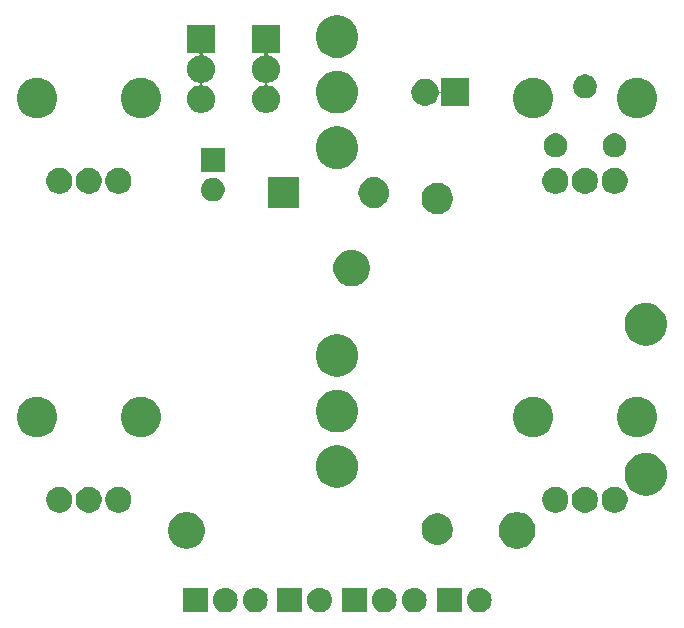
<source format=gbr>
G04 #@! TF.GenerationSoftware,KiCad,Pcbnew,(5.1.2-1)-1*
G04 #@! TF.CreationDate,2019-12-27T23:22:22-07:00*
G04 #@! TF.ProjectId,NuisanceEngine,4e756973-616e-4636-9545-6e67696e652e,rev?*
G04 #@! TF.SameCoordinates,Original*
G04 #@! TF.FileFunction,Soldermask,Bot*
G04 #@! TF.FilePolarity,Negative*
%FSLAX46Y46*%
G04 Gerber Fmt 4.6, Leading zero omitted, Abs format (unit mm)*
G04 Created by KiCad (PCBNEW (5.1.2-1)-1) date 2019-12-27 23:22:22*
%MOMM*%
%LPD*%
G04 APERTURE LIST*
%ADD10C,0.100000*%
G04 APERTURE END LIST*
D10*
G36*
X92168707Y-96957596D02*
G01*
X92245836Y-96965193D01*
X92443762Y-97025233D01*
X92443765Y-97025234D01*
X92626170Y-97122732D01*
X92786055Y-97253945D01*
X92917268Y-97413830D01*
X93014766Y-97596235D01*
X93014767Y-97596238D01*
X93074807Y-97794164D01*
X93095080Y-98000000D01*
X93074807Y-98205836D01*
X93014767Y-98403762D01*
X93014766Y-98403765D01*
X92917268Y-98586170D01*
X92786055Y-98746055D01*
X92626170Y-98877268D01*
X92443765Y-98974766D01*
X92443762Y-98974767D01*
X92245836Y-99034807D01*
X92168707Y-99042403D01*
X92091580Y-99050000D01*
X91988420Y-99050000D01*
X91911293Y-99042403D01*
X91834164Y-99034807D01*
X91636238Y-98974767D01*
X91636235Y-98974766D01*
X91453830Y-98877268D01*
X91293945Y-98746055D01*
X91162732Y-98586170D01*
X91065234Y-98403765D01*
X91065233Y-98403762D01*
X91005193Y-98205836D01*
X90984920Y-98000000D01*
X91005193Y-97794164D01*
X91065233Y-97596238D01*
X91065234Y-97596235D01*
X91162732Y-97413830D01*
X91293945Y-97253945D01*
X91453830Y-97122732D01*
X91636235Y-97025234D01*
X91636238Y-97025233D01*
X91834164Y-96965193D01*
X91911293Y-96957596D01*
X91988420Y-96950000D01*
X92091580Y-96950000D01*
X92168707Y-96957596D01*
X92168707Y-96957596D01*
G37*
G36*
X90550000Y-99050000D02*
G01*
X88450000Y-99050000D01*
X88450000Y-96950000D01*
X90550000Y-96950000D01*
X90550000Y-99050000D01*
X90550000Y-99050000D01*
G37*
G36*
X86668707Y-96957596D02*
G01*
X86745836Y-96965193D01*
X86943762Y-97025233D01*
X86943765Y-97025234D01*
X87126170Y-97122732D01*
X87286055Y-97253945D01*
X87417268Y-97413830D01*
X87514766Y-97596235D01*
X87514767Y-97596238D01*
X87574807Y-97794164D01*
X87595080Y-98000000D01*
X87574807Y-98205836D01*
X87514767Y-98403762D01*
X87514766Y-98403765D01*
X87417268Y-98586170D01*
X87286055Y-98746055D01*
X87126170Y-98877268D01*
X86943765Y-98974766D01*
X86943762Y-98974767D01*
X86745836Y-99034807D01*
X86668707Y-99042403D01*
X86591580Y-99050000D01*
X86488420Y-99050000D01*
X86411293Y-99042403D01*
X86334164Y-99034807D01*
X86136238Y-98974767D01*
X86136235Y-98974766D01*
X85953830Y-98877268D01*
X85793945Y-98746055D01*
X85662732Y-98586170D01*
X85565234Y-98403765D01*
X85565233Y-98403762D01*
X85505193Y-98205836D01*
X85484920Y-98000000D01*
X85505193Y-97794164D01*
X85565233Y-97596238D01*
X85565234Y-97596235D01*
X85662732Y-97413830D01*
X85793945Y-97253945D01*
X85953830Y-97122732D01*
X86136235Y-97025234D01*
X86136238Y-97025233D01*
X86334164Y-96965193D01*
X86411293Y-96957596D01*
X86488420Y-96950000D01*
X86591580Y-96950000D01*
X86668707Y-96957596D01*
X86668707Y-96957596D01*
G37*
G36*
X84128707Y-96957596D02*
G01*
X84205836Y-96965193D01*
X84403762Y-97025233D01*
X84403765Y-97025234D01*
X84586170Y-97122732D01*
X84746055Y-97253945D01*
X84877268Y-97413830D01*
X84974766Y-97596235D01*
X84974767Y-97596238D01*
X85034807Y-97794164D01*
X85055080Y-98000000D01*
X85034807Y-98205836D01*
X84974767Y-98403762D01*
X84974766Y-98403765D01*
X84877268Y-98586170D01*
X84746055Y-98746055D01*
X84586170Y-98877268D01*
X84403765Y-98974766D01*
X84403762Y-98974767D01*
X84205836Y-99034807D01*
X84128707Y-99042403D01*
X84051580Y-99050000D01*
X83948420Y-99050000D01*
X83871293Y-99042403D01*
X83794164Y-99034807D01*
X83596238Y-98974767D01*
X83596235Y-98974766D01*
X83413830Y-98877268D01*
X83253945Y-98746055D01*
X83122732Y-98586170D01*
X83025234Y-98403765D01*
X83025233Y-98403762D01*
X82965193Y-98205836D01*
X82944920Y-98000000D01*
X82965193Y-97794164D01*
X83025233Y-97596238D01*
X83025234Y-97596235D01*
X83122732Y-97413830D01*
X83253945Y-97253945D01*
X83413830Y-97122732D01*
X83596235Y-97025234D01*
X83596238Y-97025233D01*
X83794164Y-96965193D01*
X83871293Y-96957596D01*
X83948420Y-96950000D01*
X84051580Y-96950000D01*
X84128707Y-96957596D01*
X84128707Y-96957596D01*
G37*
G36*
X82510000Y-99050000D02*
G01*
X80410000Y-99050000D01*
X80410000Y-96950000D01*
X82510000Y-96950000D01*
X82510000Y-99050000D01*
X82510000Y-99050000D01*
G37*
G36*
X78668707Y-96957596D02*
G01*
X78745836Y-96965193D01*
X78943762Y-97025233D01*
X78943765Y-97025234D01*
X79126170Y-97122732D01*
X79286055Y-97253945D01*
X79417268Y-97413830D01*
X79514766Y-97596235D01*
X79514767Y-97596238D01*
X79574807Y-97794164D01*
X79595080Y-98000000D01*
X79574807Y-98205836D01*
X79514767Y-98403762D01*
X79514766Y-98403765D01*
X79417268Y-98586170D01*
X79286055Y-98746055D01*
X79126170Y-98877268D01*
X78943765Y-98974766D01*
X78943762Y-98974767D01*
X78745836Y-99034807D01*
X78668707Y-99042403D01*
X78591580Y-99050000D01*
X78488420Y-99050000D01*
X78411293Y-99042403D01*
X78334164Y-99034807D01*
X78136238Y-98974767D01*
X78136235Y-98974766D01*
X77953830Y-98877268D01*
X77793945Y-98746055D01*
X77662732Y-98586170D01*
X77565234Y-98403765D01*
X77565233Y-98403762D01*
X77505193Y-98205836D01*
X77484920Y-98000000D01*
X77505193Y-97794164D01*
X77565233Y-97596238D01*
X77565234Y-97596235D01*
X77662732Y-97413830D01*
X77793945Y-97253945D01*
X77953830Y-97122732D01*
X78136235Y-97025234D01*
X78136238Y-97025233D01*
X78334164Y-96965193D01*
X78411293Y-96957596D01*
X78488420Y-96950000D01*
X78591580Y-96950000D01*
X78668707Y-96957596D01*
X78668707Y-96957596D01*
G37*
G36*
X77050000Y-99050000D02*
G01*
X74950000Y-99050000D01*
X74950000Y-96950000D01*
X77050000Y-96950000D01*
X77050000Y-99050000D01*
X77050000Y-99050000D01*
G37*
G36*
X73208707Y-96957596D02*
G01*
X73285836Y-96965193D01*
X73483762Y-97025233D01*
X73483765Y-97025234D01*
X73666170Y-97122732D01*
X73826055Y-97253945D01*
X73957268Y-97413830D01*
X74054766Y-97596235D01*
X74054767Y-97596238D01*
X74114807Y-97794164D01*
X74135080Y-98000000D01*
X74114807Y-98205836D01*
X74054767Y-98403762D01*
X74054766Y-98403765D01*
X73957268Y-98586170D01*
X73826055Y-98746055D01*
X73666170Y-98877268D01*
X73483765Y-98974766D01*
X73483762Y-98974767D01*
X73285836Y-99034807D01*
X73208707Y-99042403D01*
X73131580Y-99050000D01*
X73028420Y-99050000D01*
X72951293Y-99042403D01*
X72874164Y-99034807D01*
X72676238Y-98974767D01*
X72676235Y-98974766D01*
X72493830Y-98877268D01*
X72333945Y-98746055D01*
X72202732Y-98586170D01*
X72105234Y-98403765D01*
X72105233Y-98403762D01*
X72045193Y-98205836D01*
X72024920Y-98000000D01*
X72045193Y-97794164D01*
X72105233Y-97596238D01*
X72105234Y-97596235D01*
X72202732Y-97413830D01*
X72333945Y-97253945D01*
X72493830Y-97122732D01*
X72676235Y-97025234D01*
X72676238Y-97025233D01*
X72874164Y-96965193D01*
X72951293Y-96957596D01*
X73028420Y-96950000D01*
X73131580Y-96950000D01*
X73208707Y-96957596D01*
X73208707Y-96957596D01*
G37*
G36*
X70668707Y-96957596D02*
G01*
X70745836Y-96965193D01*
X70943762Y-97025233D01*
X70943765Y-97025234D01*
X71126170Y-97122732D01*
X71286055Y-97253945D01*
X71417268Y-97413830D01*
X71514766Y-97596235D01*
X71514767Y-97596238D01*
X71574807Y-97794164D01*
X71595080Y-98000000D01*
X71574807Y-98205836D01*
X71514767Y-98403762D01*
X71514766Y-98403765D01*
X71417268Y-98586170D01*
X71286055Y-98746055D01*
X71126170Y-98877268D01*
X70943765Y-98974766D01*
X70943762Y-98974767D01*
X70745836Y-99034807D01*
X70668707Y-99042403D01*
X70591580Y-99050000D01*
X70488420Y-99050000D01*
X70411293Y-99042403D01*
X70334164Y-99034807D01*
X70136238Y-98974767D01*
X70136235Y-98974766D01*
X69953830Y-98877268D01*
X69793945Y-98746055D01*
X69662732Y-98586170D01*
X69565234Y-98403765D01*
X69565233Y-98403762D01*
X69505193Y-98205836D01*
X69484920Y-98000000D01*
X69505193Y-97794164D01*
X69565233Y-97596238D01*
X69565234Y-97596235D01*
X69662732Y-97413830D01*
X69793945Y-97253945D01*
X69953830Y-97122732D01*
X70136235Y-97025234D01*
X70136238Y-97025233D01*
X70334164Y-96965193D01*
X70411293Y-96957596D01*
X70488420Y-96950000D01*
X70591580Y-96950000D01*
X70668707Y-96957596D01*
X70668707Y-96957596D01*
G37*
G36*
X69050000Y-99050000D02*
G01*
X66950000Y-99050000D01*
X66950000Y-96950000D01*
X69050000Y-96950000D01*
X69050000Y-99050000D01*
X69050000Y-99050000D01*
G37*
G36*
X67441509Y-90557727D02*
G01*
X67702118Y-90609565D01*
X67818960Y-90657963D01*
X67984199Y-90726407D01*
X67984200Y-90726408D01*
X68238068Y-90896036D01*
X68453964Y-91111932D01*
X68480427Y-91151537D01*
X68623593Y-91365801D01*
X68625140Y-91369537D01*
X68725474Y-91611762D01*
X68740435Y-91647883D01*
X68800000Y-91947337D01*
X68800000Y-92252663D01*
X68740435Y-92552117D01*
X68623593Y-92834199D01*
X68623592Y-92834200D01*
X68453964Y-93088068D01*
X68238068Y-93303964D01*
X68197605Y-93331000D01*
X67984199Y-93473593D01*
X67818960Y-93542037D01*
X67702118Y-93590435D01*
X67552390Y-93620217D01*
X67402663Y-93650000D01*
X67097337Y-93650000D01*
X66947610Y-93620217D01*
X66797882Y-93590435D01*
X66681040Y-93542037D01*
X66515801Y-93473593D01*
X66302395Y-93331000D01*
X66261932Y-93303964D01*
X66046036Y-93088068D01*
X65876408Y-92834200D01*
X65876407Y-92834199D01*
X65759565Y-92552117D01*
X65700000Y-92252663D01*
X65700000Y-91947337D01*
X65759565Y-91647883D01*
X65774527Y-91611762D01*
X65874860Y-91369537D01*
X65876407Y-91365801D01*
X66019573Y-91151537D01*
X66046036Y-91111932D01*
X66261932Y-90896036D01*
X66515800Y-90726408D01*
X66515801Y-90726407D01*
X66681040Y-90657963D01*
X66797882Y-90609565D01*
X67058491Y-90557727D01*
X67097337Y-90550000D01*
X67402663Y-90550000D01*
X67441509Y-90557727D01*
X67441509Y-90557727D01*
G37*
G36*
X95441509Y-90557727D02*
G01*
X95702118Y-90609565D01*
X95818960Y-90657963D01*
X95984199Y-90726407D01*
X95984200Y-90726408D01*
X96238068Y-90896036D01*
X96453964Y-91111932D01*
X96480427Y-91151537D01*
X96623593Y-91365801D01*
X96625140Y-91369537D01*
X96725474Y-91611762D01*
X96740435Y-91647883D01*
X96800000Y-91947337D01*
X96800000Y-92252663D01*
X96740435Y-92552117D01*
X96623593Y-92834199D01*
X96623592Y-92834200D01*
X96453964Y-93088068D01*
X96238068Y-93303964D01*
X96197605Y-93331000D01*
X95984199Y-93473593D01*
X95818960Y-93542037D01*
X95702118Y-93590435D01*
X95552390Y-93620217D01*
X95402663Y-93650000D01*
X95097337Y-93650000D01*
X94947610Y-93620217D01*
X94797882Y-93590435D01*
X94681040Y-93542037D01*
X94515801Y-93473593D01*
X94302395Y-93331000D01*
X94261932Y-93303964D01*
X94046036Y-93088068D01*
X93876408Y-92834200D01*
X93876407Y-92834199D01*
X93759565Y-92552117D01*
X93700000Y-92252663D01*
X93700000Y-91947337D01*
X93759565Y-91647883D01*
X93774527Y-91611762D01*
X93874860Y-91369537D01*
X93876407Y-91365801D01*
X94019573Y-91151537D01*
X94046036Y-91111932D01*
X94261932Y-90896036D01*
X94515800Y-90726408D01*
X94515801Y-90726407D01*
X94681040Y-90657963D01*
X94797882Y-90609565D01*
X95058491Y-90557727D01*
X95097337Y-90550000D01*
X95402663Y-90550000D01*
X95441509Y-90557727D01*
X95441509Y-90557727D01*
G37*
G36*
X88888237Y-90720149D02*
G01*
X89130463Y-90820482D01*
X89130465Y-90820483D01*
X89348463Y-90966145D01*
X89533855Y-91151537D01*
X89533856Y-91151539D01*
X89679518Y-91369537D01*
X89779851Y-91611763D01*
X89831000Y-91868907D01*
X89831000Y-92131093D01*
X89779851Y-92388237D01*
X89711970Y-92552117D01*
X89679517Y-92630465D01*
X89533855Y-92848463D01*
X89348463Y-93033855D01*
X89130465Y-93179517D01*
X89130464Y-93179518D01*
X89130463Y-93179518D01*
X88888237Y-93279851D01*
X88631093Y-93331000D01*
X88368907Y-93331000D01*
X88111763Y-93279851D01*
X87869537Y-93179518D01*
X87869536Y-93179518D01*
X87869535Y-93179517D01*
X87651537Y-93033855D01*
X87466145Y-92848463D01*
X87320483Y-92630465D01*
X87288030Y-92552117D01*
X87220149Y-92388237D01*
X87169000Y-92131093D01*
X87169000Y-91868907D01*
X87220149Y-91611763D01*
X87320482Y-91369537D01*
X87466144Y-91151539D01*
X87466145Y-91151537D01*
X87651537Y-90966145D01*
X87869535Y-90820483D01*
X87869537Y-90820482D01*
X88111763Y-90720149D01*
X88368907Y-90669000D01*
X88631093Y-90669000D01*
X88888237Y-90720149D01*
X88888237Y-90720149D01*
G37*
G36*
X59320857Y-88442272D02*
G01*
X59460224Y-88500000D01*
X59521045Y-88525193D01*
X59611738Y-88585792D01*
X59701208Y-88645574D01*
X59854426Y-88798792D01*
X59974808Y-88978957D01*
X60057728Y-89179143D01*
X60100000Y-89391658D01*
X60100000Y-89608342D01*
X60057728Y-89820857D01*
X59974808Y-90021043D01*
X59974807Y-90021045D01*
X59854425Y-90201209D01*
X59701209Y-90354425D01*
X59521045Y-90474807D01*
X59521044Y-90474808D01*
X59521043Y-90474808D01*
X59320857Y-90557728D01*
X59108342Y-90600000D01*
X58891658Y-90600000D01*
X58679143Y-90557728D01*
X58478957Y-90474808D01*
X58478956Y-90474808D01*
X58478955Y-90474807D01*
X58298791Y-90354425D01*
X58145575Y-90201209D01*
X58025193Y-90021045D01*
X58025192Y-90021043D01*
X57942272Y-89820857D01*
X57900000Y-89608342D01*
X57900000Y-89391658D01*
X57942272Y-89179143D01*
X58025192Y-88978957D01*
X58145574Y-88798792D01*
X58298792Y-88645574D01*
X58388262Y-88585792D01*
X58478955Y-88525193D01*
X58539776Y-88500000D01*
X58679143Y-88442272D01*
X58891658Y-88400000D01*
X59108342Y-88400000D01*
X59320857Y-88442272D01*
X59320857Y-88442272D01*
G37*
G36*
X61820857Y-88442272D02*
G01*
X61960224Y-88500000D01*
X62021045Y-88525193D01*
X62111738Y-88585792D01*
X62201208Y-88645574D01*
X62354426Y-88798792D01*
X62474808Y-88978957D01*
X62557728Y-89179143D01*
X62600000Y-89391658D01*
X62600000Y-89608342D01*
X62557728Y-89820857D01*
X62474808Y-90021043D01*
X62474807Y-90021045D01*
X62354425Y-90201209D01*
X62201209Y-90354425D01*
X62021045Y-90474807D01*
X62021044Y-90474808D01*
X62021043Y-90474808D01*
X61820857Y-90557728D01*
X61608342Y-90600000D01*
X61391658Y-90600000D01*
X61179143Y-90557728D01*
X60978957Y-90474808D01*
X60978956Y-90474808D01*
X60978955Y-90474807D01*
X60798791Y-90354425D01*
X60645575Y-90201209D01*
X60525193Y-90021045D01*
X60525192Y-90021043D01*
X60442272Y-89820857D01*
X60400000Y-89608342D01*
X60400000Y-89391658D01*
X60442272Y-89179143D01*
X60525192Y-88978957D01*
X60645574Y-88798792D01*
X60798792Y-88645574D01*
X60888262Y-88585792D01*
X60978955Y-88525193D01*
X61039776Y-88500000D01*
X61179143Y-88442272D01*
X61391658Y-88400000D01*
X61608342Y-88400000D01*
X61820857Y-88442272D01*
X61820857Y-88442272D01*
G37*
G36*
X56820857Y-88442272D02*
G01*
X56960224Y-88500000D01*
X57021045Y-88525193D01*
X57111738Y-88585792D01*
X57201208Y-88645574D01*
X57354426Y-88798792D01*
X57474808Y-88978957D01*
X57557728Y-89179143D01*
X57600000Y-89391658D01*
X57600000Y-89608342D01*
X57557728Y-89820857D01*
X57474808Y-90021043D01*
X57474807Y-90021045D01*
X57354425Y-90201209D01*
X57201209Y-90354425D01*
X57021045Y-90474807D01*
X57021044Y-90474808D01*
X57021043Y-90474808D01*
X56820857Y-90557728D01*
X56608342Y-90600000D01*
X56391658Y-90600000D01*
X56179143Y-90557728D01*
X55978957Y-90474808D01*
X55978956Y-90474808D01*
X55978955Y-90474807D01*
X55798791Y-90354425D01*
X55645575Y-90201209D01*
X55525193Y-90021045D01*
X55525192Y-90021043D01*
X55442272Y-89820857D01*
X55400000Y-89608342D01*
X55400000Y-89391658D01*
X55442272Y-89179143D01*
X55525192Y-88978957D01*
X55645574Y-88798792D01*
X55798792Y-88645574D01*
X55888262Y-88585792D01*
X55978955Y-88525193D01*
X56039776Y-88500000D01*
X56179143Y-88442272D01*
X56391658Y-88400000D01*
X56608342Y-88400000D01*
X56820857Y-88442272D01*
X56820857Y-88442272D01*
G37*
G36*
X103820857Y-88442272D02*
G01*
X103960224Y-88500000D01*
X104021045Y-88525193D01*
X104111738Y-88585792D01*
X104201208Y-88645574D01*
X104354426Y-88798792D01*
X104474808Y-88978957D01*
X104557728Y-89179143D01*
X104600000Y-89391658D01*
X104600000Y-89608342D01*
X104557728Y-89820857D01*
X104474808Y-90021043D01*
X104474807Y-90021045D01*
X104354425Y-90201209D01*
X104201209Y-90354425D01*
X104021045Y-90474807D01*
X104021044Y-90474808D01*
X104021043Y-90474808D01*
X103820857Y-90557728D01*
X103608342Y-90600000D01*
X103391658Y-90600000D01*
X103179143Y-90557728D01*
X102978957Y-90474808D01*
X102978956Y-90474808D01*
X102978955Y-90474807D01*
X102798791Y-90354425D01*
X102645575Y-90201209D01*
X102525193Y-90021045D01*
X102525192Y-90021043D01*
X102442272Y-89820857D01*
X102400000Y-89608342D01*
X102400000Y-89391658D01*
X102442272Y-89179143D01*
X102525192Y-88978957D01*
X102645574Y-88798792D01*
X102798792Y-88645574D01*
X102888262Y-88585792D01*
X102978955Y-88525193D01*
X103039776Y-88500000D01*
X103179143Y-88442272D01*
X103391658Y-88400000D01*
X103608342Y-88400000D01*
X103820857Y-88442272D01*
X103820857Y-88442272D01*
G37*
G36*
X101320857Y-88442272D02*
G01*
X101460224Y-88500000D01*
X101521045Y-88525193D01*
X101611738Y-88585792D01*
X101701208Y-88645574D01*
X101854426Y-88798792D01*
X101974808Y-88978957D01*
X102057728Y-89179143D01*
X102100000Y-89391658D01*
X102100000Y-89608342D01*
X102057728Y-89820857D01*
X101974808Y-90021043D01*
X101974807Y-90021045D01*
X101854425Y-90201209D01*
X101701209Y-90354425D01*
X101521045Y-90474807D01*
X101521044Y-90474808D01*
X101521043Y-90474808D01*
X101320857Y-90557728D01*
X101108342Y-90600000D01*
X100891658Y-90600000D01*
X100679143Y-90557728D01*
X100478957Y-90474808D01*
X100478956Y-90474808D01*
X100478955Y-90474807D01*
X100298791Y-90354425D01*
X100145575Y-90201209D01*
X100025193Y-90021045D01*
X100025192Y-90021043D01*
X99942272Y-89820857D01*
X99900000Y-89608342D01*
X99900000Y-89391658D01*
X99942272Y-89179143D01*
X100025192Y-88978957D01*
X100145574Y-88798792D01*
X100298792Y-88645574D01*
X100388262Y-88585792D01*
X100478955Y-88525193D01*
X100539776Y-88500000D01*
X100679143Y-88442272D01*
X100891658Y-88400000D01*
X101108342Y-88400000D01*
X101320857Y-88442272D01*
X101320857Y-88442272D01*
G37*
G36*
X98820857Y-88442272D02*
G01*
X98960224Y-88500000D01*
X99021045Y-88525193D01*
X99111738Y-88585792D01*
X99201208Y-88645574D01*
X99354426Y-88798792D01*
X99474808Y-88978957D01*
X99557728Y-89179143D01*
X99600000Y-89391658D01*
X99600000Y-89608342D01*
X99557728Y-89820857D01*
X99474808Y-90021043D01*
X99474807Y-90021045D01*
X99354425Y-90201209D01*
X99201209Y-90354425D01*
X99021045Y-90474807D01*
X99021044Y-90474808D01*
X99021043Y-90474808D01*
X98820857Y-90557728D01*
X98608342Y-90600000D01*
X98391658Y-90600000D01*
X98179143Y-90557728D01*
X97978957Y-90474808D01*
X97978956Y-90474808D01*
X97978955Y-90474807D01*
X97798791Y-90354425D01*
X97645575Y-90201209D01*
X97525193Y-90021045D01*
X97525192Y-90021043D01*
X97442272Y-89820857D01*
X97400000Y-89608342D01*
X97400000Y-89391658D01*
X97442272Y-89179143D01*
X97525192Y-88978957D01*
X97645574Y-88798792D01*
X97798792Y-88645574D01*
X97888262Y-88585792D01*
X97978955Y-88525193D01*
X98039776Y-88500000D01*
X98179143Y-88442272D01*
X98391658Y-88400000D01*
X98608342Y-88400000D01*
X98820857Y-88442272D01*
X98820857Y-88442272D01*
G37*
G36*
X106501163Y-85584587D02*
G01*
X106675041Y-85619173D01*
X107002620Y-85754861D01*
X107297433Y-85951849D01*
X107548151Y-86202567D01*
X107745139Y-86497380D01*
X107880827Y-86824959D01*
X107880827Y-86824961D01*
X107950000Y-87172714D01*
X107950000Y-87527286D01*
X107915414Y-87701162D01*
X107880827Y-87875041D01*
X107745139Y-88202620D01*
X107548151Y-88497433D01*
X107297433Y-88748151D01*
X107002620Y-88945139D01*
X106675041Y-89080827D01*
X106501162Y-89115414D01*
X106327286Y-89150000D01*
X105972714Y-89150000D01*
X105798838Y-89115414D01*
X105624959Y-89080827D01*
X105297380Y-88945139D01*
X105002567Y-88748151D01*
X104751849Y-88497433D01*
X104554861Y-88202620D01*
X104419173Y-87875041D01*
X104384586Y-87701162D01*
X104350000Y-87527286D01*
X104350000Y-87172714D01*
X104419173Y-86824961D01*
X104419173Y-86824959D01*
X104554861Y-86497380D01*
X104751849Y-86202567D01*
X105002567Y-85951849D01*
X105297380Y-85754861D01*
X105624959Y-85619173D01*
X105798837Y-85584587D01*
X105972714Y-85550000D01*
X106327286Y-85550000D01*
X106501163Y-85584587D01*
X106501163Y-85584587D01*
G37*
G36*
X80351163Y-84934587D02*
G01*
X80525041Y-84969173D01*
X80852620Y-85104861D01*
X81147433Y-85301849D01*
X81398151Y-85552567D01*
X81595139Y-85847380D01*
X81730827Y-86174959D01*
X81765414Y-86348838D01*
X81794961Y-86497380D01*
X81800000Y-86522716D01*
X81800000Y-86877284D01*
X81730827Y-87225041D01*
X81595139Y-87552620D01*
X81398151Y-87847433D01*
X81147433Y-88098151D01*
X80852620Y-88295139D01*
X80525041Y-88430827D01*
X80351162Y-88465414D01*
X80177286Y-88500000D01*
X79822714Y-88500000D01*
X79648838Y-88465414D01*
X79474959Y-88430827D01*
X79147380Y-88295139D01*
X78852567Y-88098151D01*
X78601849Y-87847433D01*
X78404861Y-87552620D01*
X78269173Y-87225041D01*
X78200000Y-86877284D01*
X78200000Y-86522716D01*
X78205040Y-86497380D01*
X78234587Y-86348837D01*
X78269173Y-86174959D01*
X78404861Y-85847380D01*
X78601849Y-85552567D01*
X78852567Y-85301849D01*
X79147380Y-85104861D01*
X79474959Y-84969173D01*
X79648837Y-84934587D01*
X79822714Y-84900000D01*
X80177286Y-84900000D01*
X80351163Y-84934587D01*
X80351163Y-84934587D01*
G37*
G36*
X54931653Y-80832665D02*
G01*
X55095872Y-80865330D01*
X55405252Y-80993479D01*
X55683687Y-81179523D01*
X55920477Y-81416313D01*
X56106521Y-81694748D01*
X56234670Y-82004128D01*
X56300000Y-82332565D01*
X56300000Y-82667435D01*
X56234670Y-82995872D01*
X56106521Y-83305252D01*
X55920477Y-83583687D01*
X55683687Y-83820477D01*
X55405252Y-84006521D01*
X55095872Y-84134670D01*
X54931654Y-84167335D01*
X54767437Y-84200000D01*
X54432563Y-84200000D01*
X54268346Y-84167335D01*
X54104128Y-84134670D01*
X53794748Y-84006521D01*
X53516313Y-83820477D01*
X53279523Y-83583687D01*
X53093479Y-83305252D01*
X52965330Y-82995872D01*
X52900000Y-82667435D01*
X52900000Y-82332565D01*
X52965330Y-82004128D01*
X53093479Y-81694748D01*
X53279523Y-81416313D01*
X53516313Y-81179523D01*
X53794748Y-80993479D01*
X54104128Y-80865330D01*
X54268347Y-80832665D01*
X54432563Y-80800000D01*
X54767437Y-80800000D01*
X54931653Y-80832665D01*
X54931653Y-80832665D01*
G37*
G36*
X63731653Y-80832665D02*
G01*
X63895872Y-80865330D01*
X64205252Y-80993479D01*
X64483687Y-81179523D01*
X64720477Y-81416313D01*
X64906521Y-81694748D01*
X65034670Y-82004128D01*
X65100000Y-82332565D01*
X65100000Y-82667435D01*
X65034670Y-82995872D01*
X64906521Y-83305252D01*
X64720477Y-83583687D01*
X64483687Y-83820477D01*
X64205252Y-84006521D01*
X63895872Y-84134670D01*
X63731654Y-84167335D01*
X63567437Y-84200000D01*
X63232563Y-84200000D01*
X63068346Y-84167335D01*
X62904128Y-84134670D01*
X62594748Y-84006521D01*
X62316313Y-83820477D01*
X62079523Y-83583687D01*
X61893479Y-83305252D01*
X61765330Y-82995872D01*
X61700000Y-82667435D01*
X61700000Y-82332565D01*
X61765330Y-82004128D01*
X61893479Y-81694748D01*
X62079523Y-81416313D01*
X62316313Y-81179523D01*
X62594748Y-80993479D01*
X62904128Y-80865330D01*
X63068347Y-80832665D01*
X63232563Y-80800000D01*
X63567437Y-80800000D01*
X63731653Y-80832665D01*
X63731653Y-80832665D01*
G37*
G36*
X96931653Y-80832665D02*
G01*
X97095872Y-80865330D01*
X97405252Y-80993479D01*
X97683687Y-81179523D01*
X97920477Y-81416313D01*
X98106521Y-81694748D01*
X98234670Y-82004128D01*
X98300000Y-82332565D01*
X98300000Y-82667435D01*
X98234670Y-82995872D01*
X98106521Y-83305252D01*
X97920477Y-83583687D01*
X97683687Y-83820477D01*
X97405252Y-84006521D01*
X97095872Y-84134670D01*
X96931654Y-84167335D01*
X96767437Y-84200000D01*
X96432563Y-84200000D01*
X96268346Y-84167335D01*
X96104128Y-84134670D01*
X95794748Y-84006521D01*
X95516313Y-83820477D01*
X95279523Y-83583687D01*
X95093479Y-83305252D01*
X94965330Y-82995872D01*
X94900000Y-82667435D01*
X94900000Y-82332565D01*
X94965330Y-82004128D01*
X95093479Y-81694748D01*
X95279523Y-81416313D01*
X95516313Y-81179523D01*
X95794748Y-80993479D01*
X96104128Y-80865330D01*
X96268347Y-80832665D01*
X96432563Y-80800000D01*
X96767437Y-80800000D01*
X96931653Y-80832665D01*
X96931653Y-80832665D01*
G37*
G36*
X105731653Y-80832665D02*
G01*
X105895872Y-80865330D01*
X106205252Y-80993479D01*
X106483687Y-81179523D01*
X106720477Y-81416313D01*
X106906521Y-81694748D01*
X107034670Y-82004128D01*
X107100000Y-82332565D01*
X107100000Y-82667435D01*
X107034670Y-82995872D01*
X106906521Y-83305252D01*
X106720477Y-83583687D01*
X106483687Y-83820477D01*
X106205252Y-84006521D01*
X105895872Y-84134670D01*
X105731654Y-84167335D01*
X105567437Y-84200000D01*
X105232563Y-84200000D01*
X105068346Y-84167335D01*
X104904128Y-84134670D01*
X104594748Y-84006521D01*
X104316313Y-83820477D01*
X104079523Y-83583687D01*
X103893479Y-83305252D01*
X103765330Y-82995872D01*
X103700000Y-82667435D01*
X103700000Y-82332565D01*
X103765330Y-82004128D01*
X103893479Y-81694748D01*
X104079523Y-81416313D01*
X104316313Y-81179523D01*
X104594748Y-80993479D01*
X104904128Y-80865330D01*
X105068347Y-80832665D01*
X105232563Y-80800000D01*
X105567437Y-80800000D01*
X105731653Y-80832665D01*
X105731653Y-80832665D01*
G37*
G36*
X80351163Y-80234587D02*
G01*
X80525041Y-80269173D01*
X80852620Y-80404861D01*
X81147433Y-80601849D01*
X81398151Y-80852567D01*
X81595139Y-81147380D01*
X81730827Y-81474959D01*
X81800000Y-81822716D01*
X81800000Y-82177284D01*
X81730827Y-82525041D01*
X81595139Y-82852620D01*
X81398151Y-83147433D01*
X81147433Y-83398151D01*
X80852620Y-83595139D01*
X80525041Y-83730827D01*
X80351162Y-83765414D01*
X80177286Y-83800000D01*
X79822714Y-83800000D01*
X79648838Y-83765414D01*
X79474959Y-83730827D01*
X79147380Y-83595139D01*
X78852567Y-83398151D01*
X78601849Y-83147433D01*
X78404861Y-82852620D01*
X78269173Y-82525041D01*
X78200000Y-82177284D01*
X78200000Y-81822716D01*
X78269173Y-81474959D01*
X78404861Y-81147380D01*
X78601849Y-80852567D01*
X78852567Y-80601849D01*
X79147380Y-80404861D01*
X79474959Y-80269173D01*
X79648837Y-80234587D01*
X79822714Y-80200000D01*
X80177286Y-80200000D01*
X80351163Y-80234587D01*
X80351163Y-80234587D01*
G37*
G36*
X80351163Y-75534587D02*
G01*
X80525041Y-75569173D01*
X80852620Y-75704861D01*
X81147433Y-75901849D01*
X81398151Y-76152567D01*
X81595139Y-76447380D01*
X81730827Y-76774959D01*
X81800000Y-77122716D01*
X81800000Y-77477284D01*
X81730827Y-77825041D01*
X81595139Y-78152620D01*
X81398151Y-78447433D01*
X81147433Y-78698151D01*
X80852620Y-78895139D01*
X80525041Y-79030827D01*
X80351163Y-79065413D01*
X80177286Y-79100000D01*
X79822714Y-79100000D01*
X79648837Y-79065413D01*
X79474959Y-79030827D01*
X79147380Y-78895139D01*
X78852567Y-78698151D01*
X78601849Y-78447433D01*
X78404861Y-78152620D01*
X78269173Y-77825041D01*
X78200000Y-77477284D01*
X78200000Y-77122716D01*
X78269173Y-76774959D01*
X78404861Y-76447380D01*
X78601849Y-76152567D01*
X78852567Y-75901849D01*
X79147380Y-75704861D01*
X79474959Y-75569173D01*
X79648837Y-75534587D01*
X79822714Y-75500000D01*
X80177286Y-75500000D01*
X80351163Y-75534587D01*
X80351163Y-75534587D01*
G37*
G36*
X106501162Y-72884586D02*
G01*
X106675041Y-72919173D01*
X107002620Y-73054861D01*
X107297433Y-73251849D01*
X107548151Y-73502567D01*
X107745139Y-73797380D01*
X107880827Y-74124959D01*
X107950000Y-74472716D01*
X107950000Y-74827284D01*
X107880827Y-75175041D01*
X107745139Y-75502620D01*
X107548151Y-75797433D01*
X107297433Y-76048151D01*
X107002620Y-76245139D01*
X106675041Y-76380827D01*
X106501162Y-76415414D01*
X106327286Y-76450000D01*
X105972714Y-76450000D01*
X105798838Y-76415414D01*
X105624959Y-76380827D01*
X105297380Y-76245139D01*
X105002567Y-76048151D01*
X104751849Y-75797433D01*
X104554861Y-75502620D01*
X104419173Y-75175041D01*
X104350000Y-74827284D01*
X104350000Y-74472716D01*
X104419173Y-74124959D01*
X104554861Y-73797380D01*
X104751849Y-73502567D01*
X105002567Y-73251849D01*
X105297380Y-73054861D01*
X105624959Y-72919173D01*
X105798838Y-72884586D01*
X105972714Y-72850000D01*
X106327286Y-72850000D01*
X106501162Y-72884586D01*
X106501162Y-72884586D01*
G37*
G36*
X81552390Y-68379783D02*
G01*
X81702118Y-68409565D01*
X81818960Y-68457963D01*
X81984199Y-68526407D01*
X81984200Y-68526408D01*
X82238068Y-68696036D01*
X82453964Y-68911932D01*
X82567306Y-69081561D01*
X82623593Y-69165801D01*
X82740435Y-69447883D01*
X82800000Y-69747337D01*
X82800000Y-70052663D01*
X82740435Y-70352117D01*
X82623593Y-70634199D01*
X82623592Y-70634200D01*
X82453964Y-70888068D01*
X82238068Y-71103964D01*
X82068439Y-71217306D01*
X81984199Y-71273593D01*
X81818960Y-71342037D01*
X81702118Y-71390435D01*
X81552390Y-71420218D01*
X81402663Y-71450000D01*
X81097337Y-71450000D01*
X80947610Y-71420218D01*
X80797882Y-71390435D01*
X80681040Y-71342037D01*
X80515801Y-71273593D01*
X80431561Y-71217306D01*
X80261932Y-71103964D01*
X80046036Y-70888068D01*
X79876408Y-70634200D01*
X79876407Y-70634199D01*
X79759565Y-70352117D01*
X79700000Y-70052663D01*
X79700000Y-69747337D01*
X79759565Y-69447883D01*
X79876407Y-69165801D01*
X79932694Y-69081561D01*
X80046036Y-68911932D01*
X80261932Y-68696036D01*
X80515800Y-68526408D01*
X80515801Y-68526407D01*
X80681040Y-68457963D01*
X80797882Y-68409565D01*
X80947610Y-68379783D01*
X81097337Y-68350000D01*
X81402663Y-68350000D01*
X81552390Y-68379783D01*
X81552390Y-68379783D01*
G37*
G36*
X88888237Y-62720149D02*
G01*
X89130463Y-62820482D01*
X89130465Y-62820483D01*
X89348463Y-62966145D01*
X89533855Y-63151537D01*
X89669421Y-63354426D01*
X89679518Y-63369537D01*
X89779851Y-63611763D01*
X89831000Y-63868907D01*
X89831000Y-64131093D01*
X89779851Y-64388237D01*
X89679518Y-64630463D01*
X89679517Y-64630465D01*
X89533855Y-64848463D01*
X89348463Y-65033855D01*
X89130465Y-65179517D01*
X89130464Y-65179518D01*
X89130463Y-65179518D01*
X88888237Y-65279851D01*
X88631093Y-65331000D01*
X88368907Y-65331000D01*
X88111763Y-65279851D01*
X87869537Y-65179518D01*
X87869536Y-65179518D01*
X87869535Y-65179517D01*
X87651537Y-65033855D01*
X87466145Y-64848463D01*
X87320483Y-64630465D01*
X87320482Y-64630463D01*
X87220149Y-64388237D01*
X87169000Y-64131093D01*
X87169000Y-63868907D01*
X87220149Y-63611763D01*
X87320482Y-63369537D01*
X87330579Y-63354426D01*
X87466145Y-63151537D01*
X87651537Y-62966145D01*
X87869535Y-62820483D01*
X87869537Y-62820482D01*
X88111763Y-62720149D01*
X88368907Y-62669000D01*
X88631093Y-62669000D01*
X88888237Y-62720149D01*
X88888237Y-62720149D01*
G37*
G36*
X83374845Y-62218810D02*
G01*
X83619896Y-62293145D01*
X83845736Y-62413860D01*
X84043687Y-62576313D01*
X84206140Y-62774264D01*
X84326855Y-63000104D01*
X84401190Y-63245155D01*
X84426290Y-63500000D01*
X84401190Y-63754845D01*
X84326855Y-63999896D01*
X84206140Y-64225736D01*
X84043687Y-64423687D01*
X83845736Y-64586140D01*
X83619896Y-64706855D01*
X83374845Y-64781190D01*
X83183864Y-64800000D01*
X83056136Y-64800000D01*
X82865155Y-64781190D01*
X82620104Y-64706855D01*
X82394264Y-64586140D01*
X82196313Y-64423687D01*
X82033860Y-64225736D01*
X81913145Y-63999896D01*
X81838810Y-63754845D01*
X81813710Y-63500000D01*
X81838810Y-63245155D01*
X81913145Y-63000104D01*
X82033860Y-62774264D01*
X82196313Y-62576313D01*
X82394264Y-62413860D01*
X82620104Y-62293145D01*
X82865155Y-62218810D01*
X83056136Y-62200000D01*
X83183864Y-62200000D01*
X83374845Y-62218810D01*
X83374845Y-62218810D01*
G37*
G36*
X76800000Y-64800000D02*
G01*
X74200000Y-64800000D01*
X74200000Y-62200000D01*
X76800000Y-62200000D01*
X76800000Y-64800000D01*
X76800000Y-64800000D01*
G37*
G36*
X69727290Y-62275619D02*
G01*
X69791689Y-62288429D01*
X69973678Y-62363811D01*
X70137463Y-62473249D01*
X70276751Y-62612537D01*
X70386189Y-62776322D01*
X70404636Y-62820858D01*
X70461571Y-62958312D01*
X70500000Y-63151507D01*
X70500000Y-63348493D01*
X70474874Y-63474808D01*
X70461571Y-63541689D01*
X70386189Y-63723678D01*
X70276751Y-63887463D01*
X70137463Y-64026751D01*
X69973678Y-64136189D01*
X69791689Y-64211571D01*
X69727290Y-64224381D01*
X69598493Y-64250000D01*
X69401507Y-64250000D01*
X69272710Y-64224381D01*
X69208311Y-64211571D01*
X69026322Y-64136189D01*
X68862537Y-64026751D01*
X68723249Y-63887463D01*
X68613811Y-63723678D01*
X68538429Y-63541689D01*
X68525126Y-63474808D01*
X68500000Y-63348493D01*
X68500000Y-63151507D01*
X68538429Y-62958312D01*
X68595364Y-62820858D01*
X68613811Y-62776322D01*
X68723249Y-62612537D01*
X68862537Y-62473249D01*
X69026322Y-62363811D01*
X69208311Y-62288429D01*
X69272710Y-62275619D01*
X69401507Y-62250000D01*
X69598493Y-62250000D01*
X69727290Y-62275619D01*
X69727290Y-62275619D01*
G37*
G36*
X59320857Y-61442272D02*
G01*
X59460224Y-61500000D01*
X59521045Y-61525193D01*
X59611738Y-61585792D01*
X59701208Y-61645574D01*
X59854426Y-61798792D01*
X59974808Y-61978957D01*
X60057728Y-62179143D01*
X60100000Y-62391658D01*
X60100000Y-62608342D01*
X60057728Y-62820857D01*
X59974808Y-63021043D01*
X59854426Y-63201208D01*
X59701208Y-63354426D01*
X59611738Y-63414208D01*
X59521045Y-63474807D01*
X59521044Y-63474808D01*
X59521043Y-63474808D01*
X59320857Y-63557728D01*
X59108342Y-63600000D01*
X58891658Y-63600000D01*
X58679143Y-63557728D01*
X58478957Y-63474808D01*
X58478956Y-63474808D01*
X58478955Y-63474807D01*
X58388262Y-63414208D01*
X58298792Y-63354426D01*
X58145574Y-63201208D01*
X58025192Y-63021043D01*
X57942272Y-62820857D01*
X57900000Y-62608342D01*
X57900000Y-62391658D01*
X57942272Y-62179143D01*
X58025192Y-61978957D01*
X58145574Y-61798792D01*
X58298792Y-61645574D01*
X58388262Y-61585792D01*
X58478955Y-61525193D01*
X58539776Y-61500000D01*
X58679143Y-61442272D01*
X58891658Y-61400000D01*
X59108342Y-61400000D01*
X59320857Y-61442272D01*
X59320857Y-61442272D01*
G37*
G36*
X61820857Y-61442272D02*
G01*
X61960224Y-61500000D01*
X62021045Y-61525193D01*
X62111738Y-61585792D01*
X62201208Y-61645574D01*
X62354426Y-61798792D01*
X62474808Y-61978957D01*
X62557728Y-62179143D01*
X62600000Y-62391658D01*
X62600000Y-62608342D01*
X62557728Y-62820857D01*
X62474808Y-63021043D01*
X62354426Y-63201208D01*
X62201208Y-63354426D01*
X62111738Y-63414208D01*
X62021045Y-63474807D01*
X62021044Y-63474808D01*
X62021043Y-63474808D01*
X61820857Y-63557728D01*
X61608342Y-63600000D01*
X61391658Y-63600000D01*
X61179143Y-63557728D01*
X60978957Y-63474808D01*
X60978956Y-63474808D01*
X60978955Y-63474807D01*
X60888262Y-63414208D01*
X60798792Y-63354426D01*
X60645574Y-63201208D01*
X60525192Y-63021043D01*
X60442272Y-62820857D01*
X60400000Y-62608342D01*
X60400000Y-62391658D01*
X60442272Y-62179143D01*
X60525192Y-61978957D01*
X60645574Y-61798792D01*
X60798792Y-61645574D01*
X60888262Y-61585792D01*
X60978955Y-61525193D01*
X61039776Y-61500000D01*
X61179143Y-61442272D01*
X61391658Y-61400000D01*
X61608342Y-61400000D01*
X61820857Y-61442272D01*
X61820857Y-61442272D01*
G37*
G36*
X56820857Y-61442272D02*
G01*
X56960224Y-61500000D01*
X57021045Y-61525193D01*
X57111738Y-61585792D01*
X57201208Y-61645574D01*
X57354426Y-61798792D01*
X57474808Y-61978957D01*
X57557728Y-62179143D01*
X57600000Y-62391658D01*
X57600000Y-62608342D01*
X57557728Y-62820857D01*
X57474808Y-63021043D01*
X57354426Y-63201208D01*
X57201208Y-63354426D01*
X57111738Y-63414208D01*
X57021045Y-63474807D01*
X57021044Y-63474808D01*
X57021043Y-63474808D01*
X56820857Y-63557728D01*
X56608342Y-63600000D01*
X56391658Y-63600000D01*
X56179143Y-63557728D01*
X55978957Y-63474808D01*
X55978956Y-63474808D01*
X55978955Y-63474807D01*
X55888262Y-63414208D01*
X55798792Y-63354426D01*
X55645574Y-63201208D01*
X55525192Y-63021043D01*
X55442272Y-62820857D01*
X55400000Y-62608342D01*
X55400000Y-62391658D01*
X55442272Y-62179143D01*
X55525192Y-61978957D01*
X55645574Y-61798792D01*
X55798792Y-61645574D01*
X55888262Y-61585792D01*
X55978955Y-61525193D01*
X56039776Y-61500000D01*
X56179143Y-61442272D01*
X56391658Y-61400000D01*
X56608342Y-61400000D01*
X56820857Y-61442272D01*
X56820857Y-61442272D01*
G37*
G36*
X103820857Y-61442272D02*
G01*
X103960224Y-61500000D01*
X104021045Y-61525193D01*
X104111738Y-61585792D01*
X104201208Y-61645574D01*
X104354426Y-61798792D01*
X104474808Y-61978957D01*
X104557728Y-62179143D01*
X104600000Y-62391658D01*
X104600000Y-62608342D01*
X104557728Y-62820857D01*
X104474808Y-63021043D01*
X104354426Y-63201208D01*
X104201208Y-63354426D01*
X104111738Y-63414208D01*
X104021045Y-63474807D01*
X104021044Y-63474808D01*
X104021043Y-63474808D01*
X103820857Y-63557728D01*
X103608342Y-63600000D01*
X103391658Y-63600000D01*
X103179143Y-63557728D01*
X102978957Y-63474808D01*
X102978956Y-63474808D01*
X102978955Y-63474807D01*
X102888262Y-63414208D01*
X102798792Y-63354426D01*
X102645574Y-63201208D01*
X102525192Y-63021043D01*
X102442272Y-62820857D01*
X102400000Y-62608342D01*
X102400000Y-62391658D01*
X102442272Y-62179143D01*
X102525192Y-61978957D01*
X102645574Y-61798792D01*
X102798792Y-61645574D01*
X102888262Y-61585792D01*
X102978955Y-61525193D01*
X103039776Y-61500000D01*
X103179143Y-61442272D01*
X103391658Y-61400000D01*
X103608342Y-61400000D01*
X103820857Y-61442272D01*
X103820857Y-61442272D01*
G37*
G36*
X101320857Y-61442272D02*
G01*
X101460224Y-61500000D01*
X101521045Y-61525193D01*
X101611738Y-61585792D01*
X101701208Y-61645574D01*
X101854426Y-61798792D01*
X101974808Y-61978957D01*
X102057728Y-62179143D01*
X102100000Y-62391658D01*
X102100000Y-62608342D01*
X102057728Y-62820857D01*
X101974808Y-63021043D01*
X101854426Y-63201208D01*
X101701208Y-63354426D01*
X101611738Y-63414208D01*
X101521045Y-63474807D01*
X101521044Y-63474808D01*
X101521043Y-63474808D01*
X101320857Y-63557728D01*
X101108342Y-63600000D01*
X100891658Y-63600000D01*
X100679143Y-63557728D01*
X100478957Y-63474808D01*
X100478956Y-63474808D01*
X100478955Y-63474807D01*
X100388262Y-63414208D01*
X100298792Y-63354426D01*
X100145574Y-63201208D01*
X100025192Y-63021043D01*
X99942272Y-62820857D01*
X99900000Y-62608342D01*
X99900000Y-62391658D01*
X99942272Y-62179143D01*
X100025192Y-61978957D01*
X100145574Y-61798792D01*
X100298792Y-61645574D01*
X100388262Y-61585792D01*
X100478955Y-61525193D01*
X100539776Y-61500000D01*
X100679143Y-61442272D01*
X100891658Y-61400000D01*
X101108342Y-61400000D01*
X101320857Y-61442272D01*
X101320857Y-61442272D01*
G37*
G36*
X98820857Y-61442272D02*
G01*
X98960224Y-61500000D01*
X99021045Y-61525193D01*
X99111738Y-61585792D01*
X99201208Y-61645574D01*
X99354426Y-61798792D01*
X99474808Y-61978957D01*
X99557728Y-62179143D01*
X99600000Y-62391658D01*
X99600000Y-62608342D01*
X99557728Y-62820857D01*
X99474808Y-63021043D01*
X99354426Y-63201208D01*
X99201208Y-63354426D01*
X99111738Y-63414208D01*
X99021045Y-63474807D01*
X99021044Y-63474808D01*
X99021043Y-63474808D01*
X98820857Y-63557728D01*
X98608342Y-63600000D01*
X98391658Y-63600000D01*
X98179143Y-63557728D01*
X97978957Y-63474808D01*
X97978956Y-63474808D01*
X97978955Y-63474807D01*
X97888262Y-63414208D01*
X97798792Y-63354426D01*
X97645574Y-63201208D01*
X97525192Y-63021043D01*
X97442272Y-62820857D01*
X97400000Y-62608342D01*
X97400000Y-62391658D01*
X97442272Y-62179143D01*
X97525192Y-61978957D01*
X97645574Y-61798792D01*
X97798792Y-61645574D01*
X97888262Y-61585792D01*
X97978955Y-61525193D01*
X98039776Y-61500000D01*
X98179143Y-61442272D01*
X98391658Y-61400000D01*
X98608342Y-61400000D01*
X98820857Y-61442272D01*
X98820857Y-61442272D01*
G37*
G36*
X70500000Y-61750000D02*
G01*
X68500000Y-61750000D01*
X68500000Y-59750000D01*
X70500000Y-59750000D01*
X70500000Y-61750000D01*
X70500000Y-61750000D01*
G37*
G36*
X80351163Y-57934587D02*
G01*
X80525041Y-57969173D01*
X80852620Y-58104861D01*
X81147433Y-58301849D01*
X81398151Y-58552567D01*
X81595139Y-58847380D01*
X81730827Y-59174959D01*
X81800000Y-59522716D01*
X81800000Y-59877284D01*
X81730827Y-60225041D01*
X81595139Y-60552620D01*
X81398151Y-60847433D01*
X81147433Y-61098151D01*
X80852620Y-61295139D01*
X80525041Y-61430827D01*
X80351162Y-61465414D01*
X80177286Y-61500000D01*
X79822714Y-61500000D01*
X79648838Y-61465414D01*
X79474959Y-61430827D01*
X79147380Y-61295139D01*
X78852567Y-61098151D01*
X78601849Y-60847433D01*
X78404861Y-60552620D01*
X78269173Y-60225041D01*
X78200000Y-59877284D01*
X78200000Y-59522716D01*
X78269173Y-59174959D01*
X78404861Y-58847380D01*
X78601849Y-58552567D01*
X78852567Y-58301849D01*
X79147380Y-58104861D01*
X79474959Y-57969173D01*
X79648837Y-57934587D01*
X79822714Y-57900000D01*
X80177286Y-57900000D01*
X80351163Y-57934587D01*
X80351163Y-57934587D01*
G37*
G36*
X103794605Y-58528813D02*
G01*
X103978413Y-58604949D01*
X104143837Y-58715482D01*
X104284518Y-58856163D01*
X104395051Y-59021587D01*
X104471187Y-59205395D01*
X104510000Y-59400522D01*
X104510000Y-59599478D01*
X104471187Y-59794605D01*
X104395051Y-59978413D01*
X104284518Y-60143837D01*
X104143837Y-60284518D01*
X103978413Y-60395051D01*
X103794605Y-60471187D01*
X103599478Y-60510000D01*
X103400522Y-60510000D01*
X103205395Y-60471187D01*
X103021587Y-60395051D01*
X102856163Y-60284518D01*
X102715482Y-60143837D01*
X102604949Y-59978413D01*
X102528813Y-59794605D01*
X102490000Y-59599478D01*
X102490000Y-59400522D01*
X102528813Y-59205395D01*
X102604949Y-59021587D01*
X102715482Y-58856163D01*
X102856163Y-58715482D01*
X103021587Y-58604949D01*
X103205395Y-58528813D01*
X103400522Y-58490000D01*
X103599478Y-58490000D01*
X103794605Y-58528813D01*
X103794605Y-58528813D01*
G37*
G36*
X98794605Y-58528813D02*
G01*
X98978413Y-58604949D01*
X99143837Y-58715482D01*
X99284518Y-58856163D01*
X99395051Y-59021587D01*
X99471187Y-59205395D01*
X99510000Y-59400522D01*
X99510000Y-59599478D01*
X99471187Y-59794605D01*
X99395051Y-59978413D01*
X99284518Y-60143837D01*
X99143837Y-60284518D01*
X98978413Y-60395051D01*
X98794605Y-60471187D01*
X98599478Y-60510000D01*
X98400522Y-60510000D01*
X98205395Y-60471187D01*
X98021587Y-60395051D01*
X97856163Y-60284518D01*
X97715482Y-60143837D01*
X97604949Y-59978413D01*
X97528813Y-59794605D01*
X97490000Y-59599478D01*
X97490000Y-59400522D01*
X97528813Y-59205395D01*
X97604949Y-59021587D01*
X97715482Y-58856163D01*
X97856163Y-58715482D01*
X98021587Y-58604949D01*
X98205395Y-58528813D01*
X98400522Y-58490000D01*
X98599478Y-58490000D01*
X98794605Y-58528813D01*
X98794605Y-58528813D01*
G37*
G36*
X63731654Y-53832665D02*
G01*
X63895872Y-53865330D01*
X64205252Y-53993479D01*
X64483687Y-54179523D01*
X64720477Y-54416313D01*
X64906521Y-54694748D01*
X65034670Y-55004128D01*
X65100000Y-55332565D01*
X65100000Y-55667435D01*
X65034670Y-55995872D01*
X64906521Y-56305252D01*
X64720477Y-56583687D01*
X64483687Y-56820477D01*
X64205252Y-57006521D01*
X63895872Y-57134670D01*
X63731654Y-57167335D01*
X63567437Y-57200000D01*
X63232563Y-57200000D01*
X63068346Y-57167335D01*
X62904128Y-57134670D01*
X62594748Y-57006521D01*
X62316313Y-56820477D01*
X62079523Y-56583687D01*
X61893479Y-56305252D01*
X61765330Y-55995872D01*
X61700000Y-55667435D01*
X61700000Y-55332565D01*
X61765330Y-55004128D01*
X61893479Y-54694748D01*
X62079523Y-54416313D01*
X62316313Y-54179523D01*
X62594748Y-53993479D01*
X62904128Y-53865330D01*
X63068346Y-53832665D01*
X63232563Y-53800000D01*
X63567437Y-53800000D01*
X63731654Y-53832665D01*
X63731654Y-53832665D01*
G37*
G36*
X54931654Y-53832665D02*
G01*
X55095872Y-53865330D01*
X55405252Y-53993479D01*
X55683687Y-54179523D01*
X55920477Y-54416313D01*
X56106521Y-54694748D01*
X56234670Y-55004128D01*
X56300000Y-55332565D01*
X56300000Y-55667435D01*
X56234670Y-55995872D01*
X56106521Y-56305252D01*
X55920477Y-56583687D01*
X55683687Y-56820477D01*
X55405252Y-57006521D01*
X55095872Y-57134670D01*
X54931654Y-57167335D01*
X54767437Y-57200000D01*
X54432563Y-57200000D01*
X54268346Y-57167335D01*
X54104128Y-57134670D01*
X53794748Y-57006521D01*
X53516313Y-56820477D01*
X53279523Y-56583687D01*
X53093479Y-56305252D01*
X52965330Y-55995872D01*
X52900000Y-55667435D01*
X52900000Y-55332565D01*
X52965330Y-55004128D01*
X53093479Y-54694748D01*
X53279523Y-54416313D01*
X53516313Y-54179523D01*
X53794748Y-53993479D01*
X54104128Y-53865330D01*
X54268346Y-53832665D01*
X54432563Y-53800000D01*
X54767437Y-53800000D01*
X54931654Y-53832665D01*
X54931654Y-53832665D01*
G37*
G36*
X96931654Y-53832665D02*
G01*
X97095872Y-53865330D01*
X97405252Y-53993479D01*
X97683687Y-54179523D01*
X97920477Y-54416313D01*
X98106521Y-54694748D01*
X98234670Y-55004128D01*
X98300000Y-55332565D01*
X98300000Y-55667435D01*
X98234670Y-55995872D01*
X98106521Y-56305252D01*
X97920477Y-56583687D01*
X97683687Y-56820477D01*
X97405252Y-57006521D01*
X97095872Y-57134670D01*
X96931654Y-57167335D01*
X96767437Y-57200000D01*
X96432563Y-57200000D01*
X96268346Y-57167335D01*
X96104128Y-57134670D01*
X95794748Y-57006521D01*
X95516313Y-56820477D01*
X95279523Y-56583687D01*
X95093479Y-56305252D01*
X94965330Y-55995872D01*
X94900000Y-55667435D01*
X94900000Y-55332565D01*
X94965330Y-55004128D01*
X95093479Y-54694748D01*
X95279523Y-54416313D01*
X95516313Y-54179523D01*
X95794748Y-53993479D01*
X96104128Y-53865330D01*
X96268346Y-53832665D01*
X96432563Y-53800000D01*
X96767437Y-53800000D01*
X96931654Y-53832665D01*
X96931654Y-53832665D01*
G37*
G36*
X105731654Y-53832665D02*
G01*
X105895872Y-53865330D01*
X106205252Y-53993479D01*
X106483687Y-54179523D01*
X106720477Y-54416313D01*
X106906521Y-54694748D01*
X107034670Y-55004128D01*
X107100000Y-55332565D01*
X107100000Y-55667435D01*
X107034670Y-55995872D01*
X106906521Y-56305252D01*
X106720477Y-56583687D01*
X106483687Y-56820477D01*
X106205252Y-57006521D01*
X105895872Y-57134670D01*
X105731654Y-57167335D01*
X105567437Y-57200000D01*
X105232563Y-57200000D01*
X105068346Y-57167335D01*
X104904128Y-57134670D01*
X104594748Y-57006521D01*
X104316313Y-56820477D01*
X104079523Y-56583687D01*
X103893479Y-56305252D01*
X103765330Y-55995872D01*
X103700000Y-55667435D01*
X103700000Y-55332565D01*
X103765330Y-55004128D01*
X103893479Y-54694748D01*
X104079523Y-54416313D01*
X104316313Y-54179523D01*
X104594748Y-53993479D01*
X104904128Y-53865330D01*
X105068346Y-53832665D01*
X105232563Y-53800000D01*
X105567437Y-53800000D01*
X105731654Y-53832665D01*
X105731654Y-53832665D01*
G37*
G36*
X80351163Y-53234587D02*
G01*
X80525041Y-53269173D01*
X80852620Y-53404861D01*
X81147433Y-53601849D01*
X81398151Y-53852567D01*
X81567982Y-54106737D01*
X81595140Y-54147382D01*
X81613828Y-54192500D01*
X81730827Y-54474959D01*
X81765413Y-54648837D01*
X81794409Y-54794605D01*
X81800000Y-54822716D01*
X81800000Y-55177284D01*
X81730827Y-55525041D01*
X81595139Y-55852620D01*
X81398151Y-56147433D01*
X81147433Y-56398151D01*
X80852620Y-56595139D01*
X80525041Y-56730827D01*
X80351163Y-56765413D01*
X80177286Y-56800000D01*
X79822714Y-56800000D01*
X79648837Y-56765413D01*
X79474959Y-56730827D01*
X79147380Y-56595139D01*
X78852567Y-56398151D01*
X78601849Y-56147433D01*
X78404861Y-55852620D01*
X78269173Y-55525041D01*
X78200000Y-55177284D01*
X78200000Y-54822716D01*
X78205592Y-54794605D01*
X78234587Y-54648837D01*
X78269173Y-54474959D01*
X78386172Y-54192500D01*
X78404860Y-54147382D01*
X78432018Y-54106737D01*
X78601849Y-53852567D01*
X78852567Y-53601849D01*
X79147380Y-53404861D01*
X79474959Y-53269173D01*
X79648838Y-53234586D01*
X79822714Y-53200000D01*
X80177286Y-53200000D01*
X80351163Y-53234587D01*
X80351163Y-53234587D01*
G37*
G36*
X75200000Y-51652500D02*
G01*
X74262531Y-51652500D01*
X74238145Y-51654902D01*
X74214696Y-51662015D01*
X74193085Y-51673566D01*
X74174143Y-51689111D01*
X74158598Y-51708053D01*
X74147047Y-51729664D01*
X74139934Y-51753113D01*
X74137532Y-51777499D01*
X74139934Y-51801885D01*
X74147047Y-51825334D01*
X74158598Y-51846945D01*
X74174143Y-51865887D01*
X74193085Y-51881432D01*
X74214696Y-51892983D01*
X74250279Y-51901896D01*
X74273429Y-51904176D01*
X74490676Y-51970077D01*
X74490679Y-51970078D01*
X74670344Y-52066112D01*
X74690893Y-52077095D01*
X74736607Y-52114612D01*
X74866384Y-52221116D01*
X74972888Y-52350893D01*
X75010405Y-52396607D01*
X75010406Y-52396609D01*
X75117422Y-52596821D01*
X75117423Y-52596824D01*
X75183324Y-52814071D01*
X75205576Y-53040000D01*
X75183324Y-53265929D01*
X75117423Y-53483176D01*
X75117422Y-53483179D01*
X75113776Y-53490000D01*
X75010405Y-53683393D01*
X74984070Y-53715482D01*
X74866384Y-53858884D01*
X74736607Y-53965388D01*
X74690893Y-54002905D01*
X74690891Y-54002906D01*
X74490679Y-54109922D01*
X74490676Y-54109923D01*
X74273429Y-54175824D01*
X74235872Y-54179523D01*
X74174141Y-54185603D01*
X74150108Y-54190383D01*
X74127469Y-54199761D01*
X74107094Y-54213375D01*
X74089767Y-54230702D01*
X74076154Y-54251076D01*
X74066776Y-54273715D01*
X74061996Y-54297748D01*
X74061996Y-54322252D01*
X74066776Y-54346285D01*
X74076154Y-54368924D01*
X74089768Y-54389299D01*
X74107095Y-54406626D01*
X74127469Y-54420239D01*
X74150108Y-54429617D01*
X74174141Y-54434397D01*
X74273429Y-54444176D01*
X74490676Y-54510077D01*
X74490679Y-54510078D01*
X74657930Y-54599476D01*
X74690893Y-54617095D01*
X74736607Y-54654612D01*
X74866384Y-54761116D01*
X74957380Y-54871996D01*
X75010405Y-54936607D01*
X75010406Y-54936609D01*
X75117422Y-55136821D01*
X75117423Y-55136824D01*
X75183324Y-55354071D01*
X75205576Y-55580000D01*
X75183324Y-55805929D01*
X75118654Y-56019117D01*
X75117422Y-56023179D01*
X75049634Y-56150000D01*
X75010405Y-56223393D01*
X74972888Y-56269107D01*
X74866384Y-56398884D01*
X74736607Y-56505388D01*
X74690893Y-56542905D01*
X74690891Y-56542906D01*
X74490679Y-56649922D01*
X74490676Y-56649923D01*
X74273429Y-56715824D01*
X74216991Y-56721383D01*
X74104116Y-56732500D01*
X73895884Y-56732500D01*
X73783009Y-56721383D01*
X73726571Y-56715824D01*
X73509324Y-56649923D01*
X73509321Y-56649922D01*
X73309109Y-56542906D01*
X73309107Y-56542905D01*
X73263393Y-56505388D01*
X73133616Y-56398884D01*
X73027112Y-56269107D01*
X72989595Y-56223393D01*
X72950366Y-56150000D01*
X72882578Y-56023179D01*
X72881346Y-56019117D01*
X72816676Y-55805929D01*
X72794424Y-55580000D01*
X72816676Y-55354071D01*
X72882577Y-55136824D01*
X72882578Y-55136821D01*
X72989594Y-54936609D01*
X72989595Y-54936607D01*
X73042620Y-54871996D01*
X73133616Y-54761116D01*
X73263393Y-54654612D01*
X73309107Y-54617095D01*
X73342070Y-54599476D01*
X73509321Y-54510078D01*
X73509324Y-54510077D01*
X73726571Y-54444176D01*
X73825859Y-54434397D01*
X73849892Y-54429617D01*
X73872531Y-54420239D01*
X73892906Y-54406625D01*
X73910233Y-54389298D01*
X73923846Y-54368924D01*
X73933224Y-54346285D01*
X73938004Y-54322252D01*
X73938004Y-54297748D01*
X73933224Y-54273715D01*
X73923846Y-54251076D01*
X73910232Y-54230701D01*
X73892905Y-54213374D01*
X73872531Y-54199761D01*
X73849892Y-54190383D01*
X73825859Y-54185603D01*
X73764128Y-54179523D01*
X73726571Y-54175824D01*
X73509324Y-54109923D01*
X73509321Y-54109922D01*
X73309109Y-54002906D01*
X73309107Y-54002905D01*
X73263393Y-53965388D01*
X73133616Y-53858884D01*
X73015930Y-53715482D01*
X72989595Y-53683393D01*
X72886224Y-53490000D01*
X72882578Y-53483179D01*
X72882577Y-53483176D01*
X72816676Y-53265929D01*
X72794424Y-53040000D01*
X72816676Y-52814071D01*
X72882577Y-52596824D01*
X72882578Y-52596821D01*
X72989594Y-52396609D01*
X72989595Y-52396607D01*
X73027112Y-52350893D01*
X73133616Y-52221116D01*
X73263393Y-52114612D01*
X73309107Y-52077095D01*
X73329656Y-52066112D01*
X73509321Y-51970078D01*
X73509324Y-51970077D01*
X73726571Y-51904176D01*
X73749722Y-51901896D01*
X73773755Y-51897115D01*
X73796393Y-51887738D01*
X73816768Y-51874124D01*
X73834095Y-51856797D01*
X73847708Y-51836423D01*
X73857086Y-51813784D01*
X73861866Y-51789751D01*
X73861866Y-51765247D01*
X73857085Y-51741213D01*
X73847708Y-51718575D01*
X73834094Y-51698200D01*
X73816767Y-51680873D01*
X73796393Y-51667260D01*
X73773754Y-51657882D01*
X73737469Y-51652500D01*
X72800000Y-51652500D01*
X72800000Y-49347500D01*
X75200000Y-49347500D01*
X75200000Y-51652500D01*
X75200000Y-51652500D01*
G37*
G36*
X69700000Y-51652500D02*
G01*
X68762531Y-51652500D01*
X68738145Y-51654902D01*
X68714696Y-51662015D01*
X68693085Y-51673566D01*
X68674143Y-51689111D01*
X68658598Y-51708053D01*
X68647047Y-51729664D01*
X68639934Y-51753113D01*
X68637532Y-51777499D01*
X68639934Y-51801885D01*
X68647047Y-51825334D01*
X68658598Y-51846945D01*
X68674143Y-51865887D01*
X68693085Y-51881432D01*
X68714696Y-51892983D01*
X68750279Y-51901896D01*
X68773429Y-51904176D01*
X68990676Y-51970077D01*
X68990679Y-51970078D01*
X69170344Y-52066112D01*
X69190893Y-52077095D01*
X69236607Y-52114612D01*
X69366384Y-52221116D01*
X69472888Y-52350893D01*
X69510405Y-52396607D01*
X69510406Y-52396609D01*
X69617422Y-52596821D01*
X69617423Y-52596824D01*
X69683324Y-52814071D01*
X69705576Y-53040000D01*
X69683324Y-53265929D01*
X69617423Y-53483176D01*
X69617422Y-53483179D01*
X69613776Y-53490000D01*
X69510405Y-53683393D01*
X69484070Y-53715482D01*
X69366384Y-53858884D01*
X69236607Y-53965388D01*
X69190893Y-54002905D01*
X69190891Y-54002906D01*
X68990679Y-54109922D01*
X68990676Y-54109923D01*
X68773429Y-54175824D01*
X68735872Y-54179523D01*
X68674141Y-54185603D01*
X68650108Y-54190383D01*
X68627469Y-54199761D01*
X68607094Y-54213375D01*
X68589767Y-54230702D01*
X68576154Y-54251076D01*
X68566776Y-54273715D01*
X68561996Y-54297748D01*
X68561996Y-54322252D01*
X68566776Y-54346285D01*
X68576154Y-54368924D01*
X68589768Y-54389299D01*
X68607095Y-54406626D01*
X68627469Y-54420239D01*
X68650108Y-54429617D01*
X68674141Y-54434397D01*
X68773429Y-54444176D01*
X68990676Y-54510077D01*
X68990679Y-54510078D01*
X69157930Y-54599476D01*
X69190893Y-54617095D01*
X69236607Y-54654612D01*
X69366384Y-54761116D01*
X69457380Y-54871996D01*
X69510405Y-54936607D01*
X69510406Y-54936609D01*
X69617422Y-55136821D01*
X69617423Y-55136824D01*
X69683324Y-55354071D01*
X69705576Y-55580000D01*
X69683324Y-55805929D01*
X69618654Y-56019117D01*
X69617422Y-56023179D01*
X69549634Y-56150000D01*
X69510405Y-56223393D01*
X69472888Y-56269107D01*
X69366384Y-56398884D01*
X69236607Y-56505388D01*
X69190893Y-56542905D01*
X69190891Y-56542906D01*
X68990679Y-56649922D01*
X68990676Y-56649923D01*
X68773429Y-56715824D01*
X68716991Y-56721383D01*
X68604116Y-56732500D01*
X68395884Y-56732500D01*
X68283009Y-56721383D01*
X68226571Y-56715824D01*
X68009324Y-56649923D01*
X68009321Y-56649922D01*
X67809109Y-56542906D01*
X67809107Y-56542905D01*
X67763393Y-56505388D01*
X67633616Y-56398884D01*
X67527112Y-56269107D01*
X67489595Y-56223393D01*
X67450366Y-56150000D01*
X67382578Y-56023179D01*
X67381346Y-56019117D01*
X67316676Y-55805929D01*
X67294424Y-55580000D01*
X67316676Y-55354071D01*
X67382577Y-55136824D01*
X67382578Y-55136821D01*
X67489594Y-54936609D01*
X67489595Y-54936607D01*
X67542620Y-54871996D01*
X67633616Y-54761116D01*
X67763393Y-54654612D01*
X67809107Y-54617095D01*
X67842070Y-54599476D01*
X68009321Y-54510078D01*
X68009324Y-54510077D01*
X68226571Y-54444176D01*
X68325859Y-54434397D01*
X68349892Y-54429617D01*
X68372531Y-54420239D01*
X68392906Y-54406625D01*
X68410233Y-54389298D01*
X68423846Y-54368924D01*
X68433224Y-54346285D01*
X68438004Y-54322252D01*
X68438004Y-54297748D01*
X68433224Y-54273715D01*
X68423846Y-54251076D01*
X68410232Y-54230701D01*
X68392905Y-54213374D01*
X68372531Y-54199761D01*
X68349892Y-54190383D01*
X68325859Y-54185603D01*
X68264128Y-54179523D01*
X68226571Y-54175824D01*
X68009324Y-54109923D01*
X68009321Y-54109922D01*
X67809109Y-54002906D01*
X67809107Y-54002905D01*
X67763393Y-53965388D01*
X67633616Y-53858884D01*
X67515930Y-53715482D01*
X67489595Y-53683393D01*
X67386224Y-53490000D01*
X67382578Y-53483179D01*
X67382577Y-53483176D01*
X67316676Y-53265929D01*
X67294424Y-53040000D01*
X67316676Y-52814071D01*
X67382577Y-52596824D01*
X67382578Y-52596821D01*
X67489594Y-52396609D01*
X67489595Y-52396607D01*
X67527112Y-52350893D01*
X67633616Y-52221116D01*
X67763393Y-52114612D01*
X67809107Y-52077095D01*
X67829656Y-52066112D01*
X68009321Y-51970078D01*
X68009324Y-51970077D01*
X68226571Y-51904176D01*
X68249722Y-51901896D01*
X68273755Y-51897115D01*
X68296393Y-51887738D01*
X68316768Y-51874124D01*
X68334095Y-51856797D01*
X68347708Y-51836423D01*
X68357086Y-51813784D01*
X68361866Y-51789751D01*
X68361866Y-51765247D01*
X68357085Y-51741213D01*
X68347708Y-51718575D01*
X68334094Y-51698200D01*
X68316767Y-51680873D01*
X68296393Y-51667260D01*
X68273754Y-51657882D01*
X68237469Y-51652500D01*
X67300000Y-51652500D01*
X67300000Y-49347500D01*
X69700000Y-49347500D01*
X69700000Y-51652500D01*
X69700000Y-51652500D01*
G37*
G36*
X91150000Y-56200000D02*
G01*
X88850000Y-56200000D01*
X88850000Y-55175839D01*
X88847598Y-55151453D01*
X88840485Y-55128004D01*
X88828934Y-55106393D01*
X88813389Y-55087451D01*
X88794447Y-55071906D01*
X88772836Y-55060355D01*
X88749387Y-55053242D01*
X88725001Y-55050840D01*
X88700615Y-55053242D01*
X88677166Y-55060355D01*
X88655555Y-55071906D01*
X88636613Y-55087451D01*
X88621068Y-55106393D01*
X88609517Y-55128004D01*
X88602404Y-55151453D01*
X88565806Y-55335443D01*
X88479116Y-55544729D01*
X88353263Y-55733082D01*
X88193082Y-55893263D01*
X88004729Y-56019116D01*
X88004728Y-56019117D01*
X88004727Y-56019117D01*
X87994920Y-56023179D01*
X87795443Y-56105806D01*
X87647324Y-56135269D01*
X87573266Y-56150000D01*
X87346734Y-56150000D01*
X87272676Y-56135269D01*
X87124557Y-56105806D01*
X86925080Y-56023179D01*
X86915273Y-56019117D01*
X86915272Y-56019117D01*
X86915271Y-56019116D01*
X86726918Y-55893263D01*
X86566737Y-55733082D01*
X86440884Y-55544729D01*
X86354194Y-55335443D01*
X86314686Y-55136824D01*
X86310000Y-55113266D01*
X86310000Y-54886734D01*
X86334987Y-54761116D01*
X86354194Y-54664557D01*
X86440884Y-54455271D01*
X86566737Y-54266918D01*
X86726918Y-54106737D01*
X86915271Y-53980884D01*
X87124557Y-53894194D01*
X87302077Y-53858883D01*
X87346734Y-53850000D01*
X87573266Y-53850000D01*
X87617923Y-53858883D01*
X87795443Y-53894194D01*
X88004729Y-53980884D01*
X88193082Y-54106737D01*
X88353263Y-54266918D01*
X88479116Y-54455271D01*
X88565806Y-54664557D01*
X88585013Y-54761116D01*
X88602404Y-54848547D01*
X88609517Y-54871996D01*
X88621068Y-54893607D01*
X88636614Y-54912549D01*
X88655556Y-54928094D01*
X88677166Y-54939645D01*
X88700615Y-54946758D01*
X88725001Y-54949160D01*
X88749387Y-54946758D01*
X88772836Y-54939645D01*
X88794447Y-54928094D01*
X88813389Y-54912548D01*
X88828934Y-54893606D01*
X88840485Y-54871996D01*
X88847598Y-54848547D01*
X88850000Y-54824161D01*
X88850000Y-53800000D01*
X91150000Y-53800000D01*
X91150000Y-56200000D01*
X91150000Y-56200000D01*
G37*
G36*
X101294605Y-53528813D02*
G01*
X101478413Y-53604949D01*
X101643837Y-53715482D01*
X101784518Y-53856163D01*
X101895051Y-54021587D01*
X101971187Y-54205395D01*
X102010000Y-54400522D01*
X102010000Y-54599478D01*
X101971187Y-54794605D01*
X101895051Y-54978413D01*
X101784518Y-55143837D01*
X101643837Y-55284518D01*
X101478413Y-55395051D01*
X101294605Y-55471187D01*
X101099478Y-55510000D01*
X100900522Y-55510000D01*
X100705395Y-55471187D01*
X100521587Y-55395051D01*
X100356163Y-55284518D01*
X100215482Y-55143837D01*
X100104949Y-54978413D01*
X100028813Y-54794605D01*
X99990000Y-54599478D01*
X99990000Y-54400522D01*
X100028813Y-54205395D01*
X100104949Y-54021587D01*
X100215482Y-53856163D01*
X100356163Y-53715482D01*
X100521587Y-53604949D01*
X100705395Y-53528813D01*
X100900522Y-53490000D01*
X101099478Y-53490000D01*
X101294605Y-53528813D01*
X101294605Y-53528813D01*
G37*
G36*
X80351162Y-48534586D02*
G01*
X80525041Y-48569173D01*
X80852620Y-48704861D01*
X81147433Y-48901849D01*
X81398151Y-49152567D01*
X81595139Y-49447380D01*
X81730827Y-49774959D01*
X81800000Y-50122716D01*
X81800000Y-50477284D01*
X81730827Y-50825041D01*
X81595139Y-51152620D01*
X81398151Y-51447433D01*
X81147433Y-51698151D01*
X80852620Y-51895139D01*
X80525041Y-52030827D01*
X80351162Y-52065414D01*
X80177286Y-52100000D01*
X79822714Y-52100000D01*
X79648838Y-52065414D01*
X79474959Y-52030827D01*
X79147380Y-51895139D01*
X78852567Y-51698151D01*
X78601849Y-51447433D01*
X78404861Y-51152620D01*
X78269173Y-50825041D01*
X78200000Y-50477284D01*
X78200000Y-50122716D01*
X78269173Y-49774959D01*
X78404861Y-49447380D01*
X78601849Y-49152567D01*
X78852567Y-48901849D01*
X79147380Y-48704861D01*
X79474959Y-48569173D01*
X79648837Y-48534587D01*
X79822714Y-48500000D01*
X80177286Y-48500000D01*
X80351162Y-48534586D01*
X80351162Y-48534586D01*
G37*
M02*

</source>
